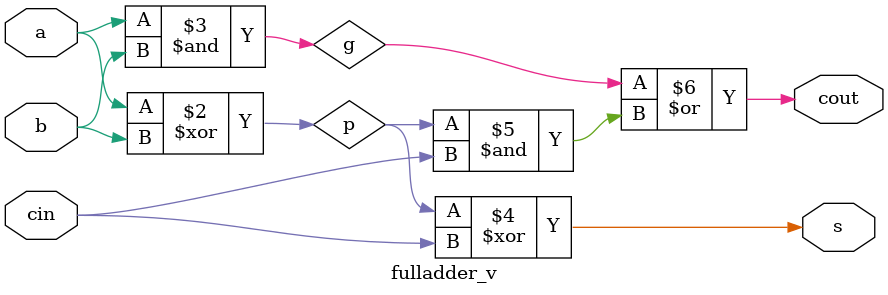
<source format=v>
module fulladder_v
(
	input a, b, cin,
	output reg s, cout
);

reg p, g;

always @ (*)
	begin
		p = a ^ b; 		// blocking
		g = a & b; 		// blocking
		s = p ^ cin; 		// blocking
		cout = g | (p & cin); 	// blocking
	end
endmodule
</source>
